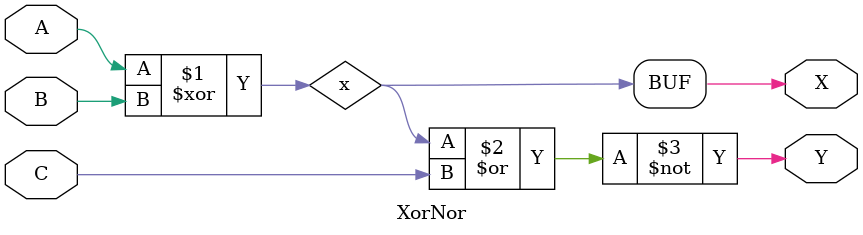
<source format=v>
module XorNor (output X, Y, input A, B, C);
  wire x; // Must use wire, because can't read an output port.
  //
  assign #1 X = x;
  //
  assign #10 x = A ^ B;
  assign #10 Y = ~(x | C);
endmodule // XorNor

</source>
